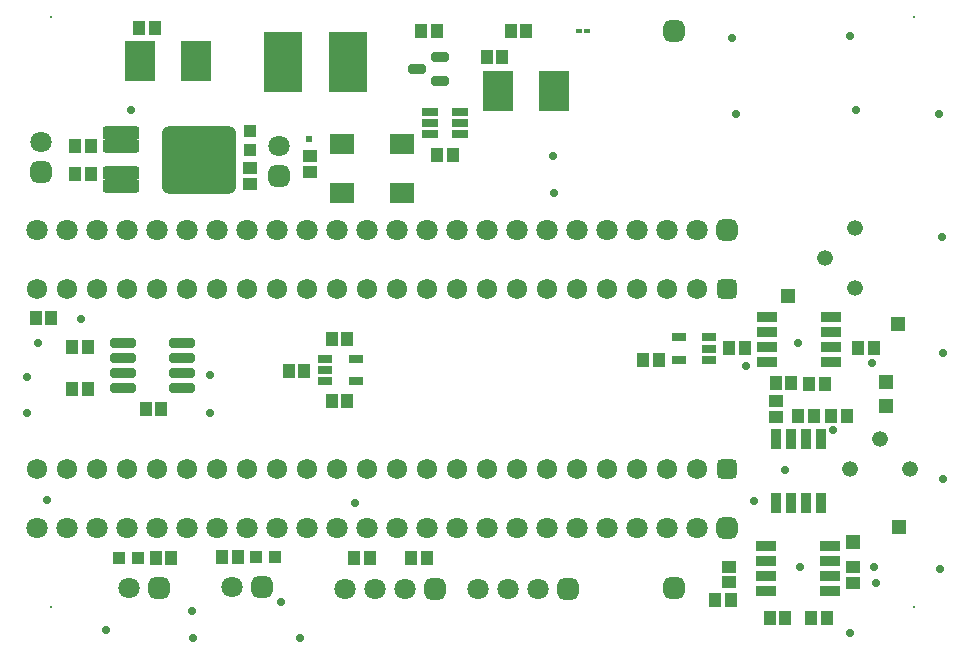
<source format=gts>
G04*
G04 #@! TF.GenerationSoftware,Altium Limited,Altium Designer,21.6.4 (81)*
G04*
G04 Layer_Color=8388736*
%FSLAX44Y44*%
%MOMM*%
G71*
G04*
G04 #@! TF.SameCoordinates,DF600929-9F7D-4707-823E-D0FB3E8D8E71*
G04*
G04*
G04 #@! TF.FilePolarity,Negative*
G04*
G01*
G75*
%ADD24R,0.5541X0.4627*%
%ADD31R,1.1432X1.0332*%
G04:AMPARAMS|DCode=32|XSize=3.09mm|YSize=1.16mm|CornerRadius=0.2335mm|HoleSize=0mm|Usage=FLASHONLY|Rotation=0.000|XOffset=0mm|YOffset=0mm|HoleType=Round|Shape=RoundedRectangle|*
%AMROUNDEDRECTD32*
21,1,3.0900,0.6930,0,0,0.0*
21,1,2.6230,1.1600,0,0,0.0*
1,1,0.4670,1.3115,-0.3465*
1,1,0.4670,-1.3115,-0.3465*
1,1,0.4670,-1.3115,0.3465*
1,1,0.4670,1.3115,0.3465*
%
%ADD32ROUNDEDRECTD32*%
G04:AMPARAMS|DCode=33|XSize=5.8332mm|YSize=6.3032mm|CornerRadius=0.7491mm|HoleSize=0mm|Usage=FLASHONLY|Rotation=270.000|XOffset=0mm|YOffset=0mm|HoleType=Round|Shape=RoundedRectangle|*
%AMROUNDEDRECTD33*
21,1,5.8332,4.8051,0,0,270.0*
21,1,4.3351,6.3032,0,0,270.0*
1,1,1.4981,-2.4026,-2.1676*
1,1,1.4981,-2.4026,2.1676*
1,1,1.4981,2.4026,2.1676*
1,1,1.4981,2.4026,-2.1676*
%
%ADD33ROUNDEDRECTD33*%
%ADD34R,1.2032X1.2032*%
%ADD35R,1.7292X0.8532*%
%ADD36R,1.0332X1.1432*%
%ADD37R,0.8532X1.7292*%
G04:AMPARAMS|DCode=38|XSize=1.4632mm|YSize=0.7932mm|CornerRadius=0.1754mm|HoleSize=0mm|Usage=FLASHONLY|Rotation=180.000|XOffset=0mm|YOffset=0mm|HoleType=Round|Shape=RoundedRectangle|*
%AMROUNDEDRECTD38*
21,1,1.4632,0.4425,0,0,180.0*
21,1,1.1125,0.7932,0,0,180.0*
1,1,0.3507,-0.5563,0.2213*
1,1,0.3507,0.5563,0.2213*
1,1,0.3507,0.5563,-0.2213*
1,1,0.3507,-0.5563,-0.2213*
%
%ADD38ROUNDEDRECTD38*%
%ADD39R,1.4032X0.8032*%
%ADD40R,2.6532X3.5032*%
%ADD41R,1.0032X1.0032*%
%ADD42R,1.2532X0.8032*%
%ADD43R,1.0032X1.0032*%
%ADD44R,3.2032X5.2032*%
G04:AMPARAMS|DCode=45|XSize=2.1732mm|YSize=0.8032mm|CornerRadius=0.1766mm|HoleSize=0mm|Usage=FLASHONLY|Rotation=0.000|XOffset=0mm|YOffset=0mm|HoleType=Round|Shape=RoundedRectangle|*
%AMROUNDEDRECTD45*
21,1,2.1732,0.4500,0,0,0.0*
21,1,1.8200,0.8032,0,0,0.0*
1,1,0.3532,0.9100,-0.2250*
1,1,0.3532,-0.9100,-0.2250*
1,1,0.3532,-0.9100,0.2250*
1,1,0.3532,0.9100,0.2250*
%
%ADD45ROUNDEDRECTD45*%
%ADD46R,2.0032X1.8032*%
%ADD47C,1.7232*%
G04:AMPARAMS|DCode=48|XSize=1.7232mm|YSize=1.7232mm|CornerRadius=0.4816mm|HoleSize=0mm|Usage=FLASHONLY|Rotation=180.000|XOffset=0mm|YOffset=0mm|HoleType=Round|Shape=RoundedRectangle|*
%AMROUNDEDRECTD48*
21,1,1.7232,0.7600,0,0,180.0*
21,1,0.7600,1.7232,0,0,180.0*
1,1,0.9632,-0.3800,0.3800*
1,1,0.9632,0.3800,0.3800*
1,1,0.9632,0.3800,-0.3800*
1,1,0.9632,-0.3800,-0.3800*
%
%ADD48ROUNDEDRECTD48*%
G04:AMPARAMS|DCode=49|XSize=1.8032mm|YSize=1.8032mm|CornerRadius=0.5016mm|HoleSize=0mm|Usage=FLASHONLY|Rotation=0.000|XOffset=0mm|YOffset=0mm|HoleType=Round|Shape=RoundedRectangle|*
%AMROUNDEDRECTD49*
21,1,1.8032,0.8000,0,0,0.0*
21,1,0.8000,1.8032,0,0,0.0*
1,1,1.0032,0.4000,-0.4000*
1,1,1.0032,-0.4000,-0.4000*
1,1,1.0032,-0.4000,0.4000*
1,1,1.0032,0.4000,0.4000*
%
%ADD49ROUNDEDRECTD49*%
%ADD50C,0.2000*%
%ADD51C,1.3232*%
%ADD52C,1.8032*%
G04:AMPARAMS|DCode=53|XSize=1.8032mm|YSize=1.8032mm|CornerRadius=0.5016mm|HoleSize=0mm|Usage=FLASHONLY|Rotation=90.000|XOffset=0mm|YOffset=0mm|HoleType=Round|Shape=RoundedRectangle|*
%AMROUNDEDRECTD53*
21,1,1.8032,0.8000,0,0,90.0*
21,1,0.8000,1.8032,0,0,90.0*
1,1,1.0032,0.4000,0.4000*
1,1,1.0032,0.4000,-0.4000*
1,1,1.0032,-0.4000,-0.4000*
1,1,1.0032,-0.4000,0.4000*
%
%ADD53ROUNDEDRECTD53*%
%ADD54C,0.6200*%
%ADD55C,0.7016*%
D24*
X483543Y517750D02*
D03*
X476457D02*
D03*
D31*
X249250Y412100D02*
D03*
Y398900D02*
D03*
X708743Y50650D02*
D03*
Y63850D02*
D03*
X643500Y191650D02*
D03*
Y204850D02*
D03*
X603250Y64600D02*
D03*
Y51400D02*
D03*
X197750Y388650D02*
D03*
Y401850D02*
D03*
D32*
X88600Y397850D02*
D03*
Y386450D02*
D03*
Y420650D02*
D03*
Y432050D02*
D03*
D33*
X155100Y409250D02*
D03*
D34*
X709000Y85500D02*
D03*
X747500Y97750D02*
D03*
X736250Y200500D02*
D03*
Y220750D02*
D03*
X747000Y270250D02*
D03*
X653500Y294000D02*
D03*
D35*
X690370Y237463D02*
D03*
Y250163D02*
D03*
Y262862D02*
D03*
Y275562D02*
D03*
X636130D02*
D03*
Y262862D02*
D03*
Y250163D02*
D03*
Y237463D02*
D03*
X635130Y82050D02*
D03*
Y69350D02*
D03*
Y56650D02*
D03*
Y43950D02*
D03*
X689370D02*
D03*
Y56650D02*
D03*
Y69350D02*
D03*
Y82050D02*
D03*
D36*
X686350Y21000D02*
D03*
X673150D02*
D03*
X638150Y20750D02*
D03*
X651350D02*
D03*
X712900Y249500D02*
D03*
X726100D02*
D03*
X531150Y239500D02*
D03*
X544350D02*
D03*
X684600Y219500D02*
D03*
X671400D02*
D03*
X656350Y219750D02*
D03*
X643150D02*
D03*
X591900Y36000D02*
D03*
X605100D02*
D03*
X369850Y413000D02*
D03*
X356650D02*
D03*
X411850Y495750D02*
D03*
X398650D02*
D03*
X418650Y517750D02*
D03*
X431850D02*
D03*
X343150D02*
D03*
X356350D02*
D03*
X29850Y275000D02*
D03*
X16650D02*
D03*
X334400Y71750D02*
D03*
X347600D02*
D03*
X286400D02*
D03*
X299600D02*
D03*
X174650Y72750D02*
D03*
X187850D02*
D03*
X280600Y205007D02*
D03*
X267400D02*
D03*
X131350Y72000D02*
D03*
X118150D02*
D03*
X109650Y198250D02*
D03*
X122850D02*
D03*
X49900Y421000D02*
D03*
X63100D02*
D03*
X50008Y397250D02*
D03*
X63208D02*
D03*
X47400Y250750D02*
D03*
X60600D02*
D03*
X267150Y257493D02*
D03*
X280350D02*
D03*
X230900Y230000D02*
D03*
X244100D02*
D03*
X47400Y215250D02*
D03*
X60600D02*
D03*
X117600Y521000D02*
D03*
X104400D02*
D03*
X662400Y191992D02*
D03*
X675600D02*
D03*
X617100Y250000D02*
D03*
X603900D02*
D03*
X703142Y191992D02*
D03*
X689942D02*
D03*
D37*
X643700Y118380D02*
D03*
X656400D02*
D03*
X669100D02*
D03*
X681800D02*
D03*
Y172620D02*
D03*
X669100D02*
D03*
X656400D02*
D03*
X643700D02*
D03*
D38*
X359300Y475993D02*
D03*
Y495993D02*
D03*
X339700Y485993D02*
D03*
D39*
X350785Y430500D02*
D03*
Y440000D02*
D03*
Y449500D02*
D03*
X375785D02*
D03*
Y440000D02*
D03*
Y430500D02*
D03*
D40*
X407750Y467500D02*
D03*
X455750D02*
D03*
X104750Y492750D02*
D03*
X152750D02*
D03*
D41*
X203250Y72500D02*
D03*
X219250D02*
D03*
X103250Y71750D02*
D03*
X87250D02*
D03*
D42*
X287500Y240750D02*
D03*
Y221750D02*
D03*
X261500D02*
D03*
Y231250D02*
D03*
Y240750D02*
D03*
X587000Y239750D02*
D03*
Y249250D02*
D03*
Y258750D02*
D03*
X561000D02*
D03*
Y239750D02*
D03*
D43*
X198000Y417500D02*
D03*
Y433500D02*
D03*
D44*
X226000Y491750D02*
D03*
X281000D02*
D03*
D45*
X90750Y253550D02*
D03*
Y240850D02*
D03*
Y228150D02*
D03*
Y215450D02*
D03*
X140250D02*
D03*
Y228150D02*
D03*
Y240850D02*
D03*
Y253550D02*
D03*
D46*
X275842Y422750D02*
D03*
X326642D02*
D03*
Y380750D02*
D03*
X275842D02*
D03*
D47*
X17900Y300000D02*
D03*
X43300D02*
D03*
X68700D02*
D03*
X94100D02*
D03*
X119500D02*
D03*
X144900D02*
D03*
X170300D02*
D03*
X246500D02*
D03*
X271900D02*
D03*
X297300D02*
D03*
X348100D02*
D03*
X398900D02*
D03*
X424300D02*
D03*
X475100D02*
D03*
X500500D02*
D03*
X525900D02*
D03*
X576700D02*
D03*
X551300D02*
D03*
X449700D02*
D03*
X373500D02*
D03*
X322700D02*
D03*
X221100D02*
D03*
X195700D02*
D03*
X17900Y147600D02*
D03*
X43300D02*
D03*
X68700D02*
D03*
X94100D02*
D03*
X119500D02*
D03*
X144900D02*
D03*
X170300D02*
D03*
X246500D02*
D03*
X271900D02*
D03*
X297300D02*
D03*
X348100D02*
D03*
X398900D02*
D03*
X424300D02*
D03*
X475100D02*
D03*
X500500D02*
D03*
X525900D02*
D03*
X576700D02*
D03*
X551300D02*
D03*
X449700D02*
D03*
X373500D02*
D03*
X322700D02*
D03*
X221100D02*
D03*
X195700D02*
D03*
D48*
X602100Y300000D02*
D03*
Y147600D02*
D03*
D49*
X556750Y46500D02*
D03*
Y518500D02*
D03*
X354350Y46000D02*
D03*
X466950Y45750D02*
D03*
X208450Y47508D02*
D03*
X121200Y46757D02*
D03*
X602100Y97600D02*
D03*
Y350000D02*
D03*
D50*
X760000Y30000D02*
D03*
Y530000D02*
D03*
X30000D02*
D03*
Y30000D02*
D03*
D51*
X757253Y147000D02*
D03*
X731852Y172400D02*
D03*
X706452Y147000D02*
D03*
X710200Y351015D02*
D03*
X684800Y325615D02*
D03*
X710200Y300215D02*
D03*
D52*
X328950Y46000D02*
D03*
X303550D02*
D03*
X278150D02*
D03*
X441550Y45750D02*
D03*
X416150D02*
D03*
X390750D02*
D03*
X183050Y47508D02*
D03*
X95800Y46757D02*
D03*
X222993Y420950D02*
D03*
X20750Y424200D02*
D03*
X17900Y97600D02*
D03*
X43300D02*
D03*
X68700D02*
D03*
X94100D02*
D03*
X119500D02*
D03*
X246500D02*
D03*
X322700D02*
D03*
X348100D02*
D03*
X373500D02*
D03*
X424300D02*
D03*
X449700D02*
D03*
X500500D02*
D03*
X551300D02*
D03*
X576700D02*
D03*
X525900D02*
D03*
X475100D02*
D03*
X398900D02*
D03*
X297300D02*
D03*
X271900D02*
D03*
X221100D02*
D03*
X195700D02*
D03*
X170300D02*
D03*
X144900D02*
D03*
X17900Y350000D02*
D03*
X43300D02*
D03*
X68700D02*
D03*
X94100D02*
D03*
X119500D02*
D03*
X246500D02*
D03*
X322700D02*
D03*
X348100D02*
D03*
X373500D02*
D03*
X424300D02*
D03*
X449700D02*
D03*
X500500D02*
D03*
X551300D02*
D03*
X576700D02*
D03*
X525900D02*
D03*
X475100D02*
D03*
X398900D02*
D03*
X297300D02*
D03*
X271900D02*
D03*
X221100D02*
D03*
X195700D02*
D03*
X170300D02*
D03*
X144900D02*
D03*
D53*
X222993Y395550D02*
D03*
X20750Y398800D02*
D03*
D54*
X248000Y426500D02*
D03*
D55*
X684600Y219500D02*
D03*
X656350Y219750D02*
D03*
X781250Y448000D02*
D03*
X784250Y343500D02*
D03*
X785000Y245500D02*
D03*
X784750Y139000D02*
D03*
X782500Y62500D02*
D03*
X728500Y50750D02*
D03*
X706500Y8500D02*
D03*
X664000Y64000D02*
D03*
X624750Y119750D02*
D03*
X651000Y146500D02*
D03*
X661750Y254250D02*
D03*
X711500Y451000D02*
D03*
X609250Y448000D02*
D03*
X705750Y514250D02*
D03*
X606250Y512000D02*
D03*
X455750Y380750D02*
D03*
X454750Y412000D02*
D03*
X287250Y118750D02*
D03*
X224250Y34500D02*
D03*
X149250Y26750D02*
D03*
X240500Y4000D02*
D03*
X149750Y4250D02*
D03*
X76000Y11000D02*
D03*
X26500Y120750D02*
D03*
X9500Y195000D02*
D03*
Y225000D02*
D03*
X164500Y194250D02*
D03*
X164250Y227250D02*
D03*
X18750Y253750D02*
D03*
X97500Y451250D02*
D03*
X617750Y234750D02*
D03*
X724500Y237250D02*
D03*
X692000Y180250D02*
D03*
X726250Y64500D02*
D03*
X55250Y274500D02*
D03*
M02*

</source>
